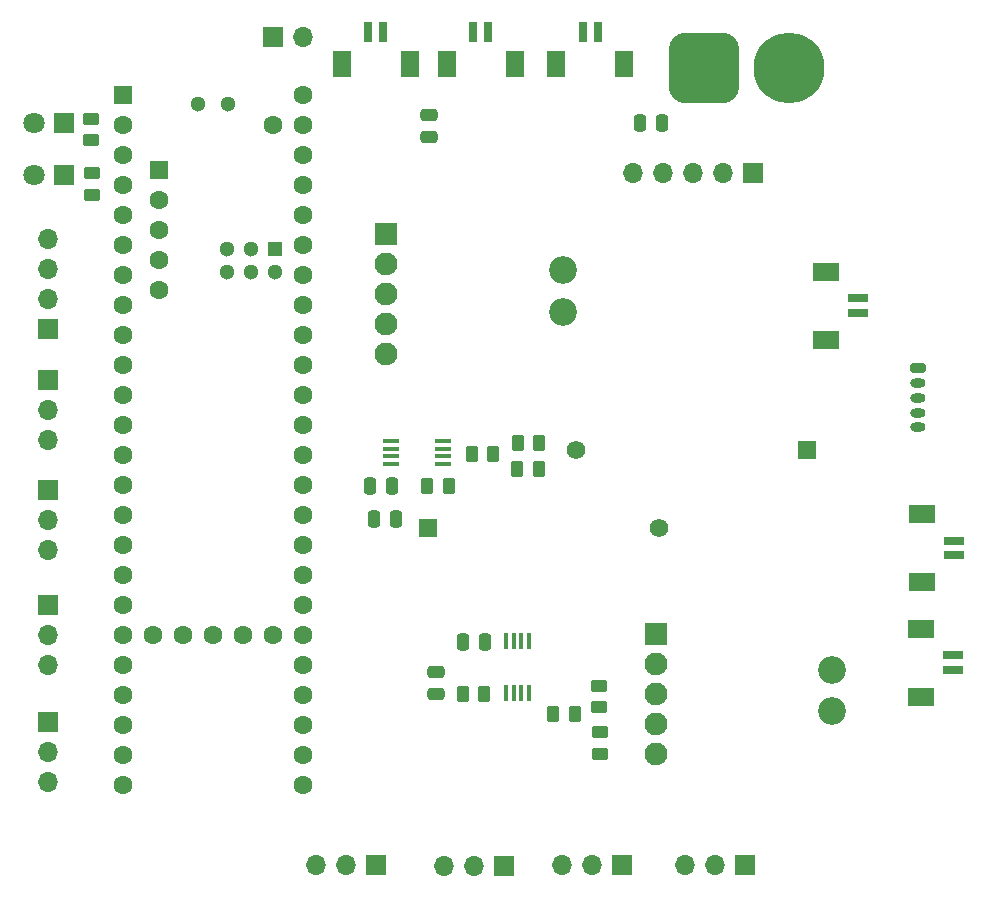
<source format=gbr>
%TF.GenerationSoftware,KiCad,Pcbnew,9.0.0*%
%TF.CreationDate,2025-04-19T22:44:30-05:00*%
%TF.ProjectId,HASP_Power_System,48415350-5f50-46f7-9765-725f53797374,rev?*%
%TF.SameCoordinates,Original*%
%TF.FileFunction,Soldermask,Top*%
%TF.FilePolarity,Negative*%
%FSLAX46Y46*%
G04 Gerber Fmt 4.6, Leading zero omitted, Abs format (unit mm)*
G04 Created by KiCad (PCBNEW 9.0.0) date 2025-04-19 22:44:30*
%MOMM*%
%LPD*%
G01*
G04 APERTURE LIST*
G04 Aperture macros list*
%AMRoundRect*
0 Rectangle with rounded corners*
0 $1 Rounding radius*
0 $2 $3 $4 $5 $6 $7 $8 $9 X,Y pos of 4 corners*
0 Add a 4 corners polygon primitive as box body*
4,1,4,$2,$3,$4,$5,$6,$7,$8,$9,$2,$3,0*
0 Add four circle primitives for the rounded corners*
1,1,$1+$1,$2,$3*
1,1,$1+$1,$4,$5*
1,1,$1+$1,$6,$7*
1,1,$1+$1,$8,$9*
0 Add four rect primitives between the rounded corners*
20,1,$1+$1,$2,$3,$4,$5,0*
20,1,$1+$1,$4,$5,$6,$7,0*
20,1,$1+$1,$6,$7,$8,$9,0*
20,1,$1+$1,$8,$9,$2,$3,0*%
G04 Aperture macros list end*
%ADD10RoundRect,0.250000X-0.475000X0.250000X-0.475000X-0.250000X0.475000X-0.250000X0.475000X0.250000X0*%
%ADD11RoundRect,0.250000X0.250000X0.475000X-0.250000X0.475000X-0.250000X-0.475000X0.250000X-0.475000X0*%
%ADD12R,1.800000X0.700000*%
%ADD13R,2.200000X1.600000*%
%ADD14R,1.600000X2.200000*%
%ADD15R,0.700000X1.800000*%
%ADD16R,0.449999X1.450000*%
%ADD17R,1.450000X0.449999*%
%ADD18C,1.930400*%
%ADD19RoundRect,0.076200X-0.889000X-0.889000X0.889000X-0.889000X0.889000X0.889000X-0.889000X0.889000X0*%
%ADD20RoundRect,0.250000X-0.262500X-0.450000X0.262500X-0.450000X0.262500X0.450000X-0.262500X0.450000X0*%
%ADD21RoundRect,0.250000X0.262500X0.450000X-0.262500X0.450000X-0.262500X-0.450000X0.262500X-0.450000X0*%
%ADD22R,1.574800X1.574800*%
%ADD23C,1.574800*%
%ADD24C,2.336800*%
%ADD25RoundRect,0.250000X-0.250000X-0.475000X0.250000X-0.475000X0.250000X0.475000X-0.250000X0.475000X0*%
%ADD26R,1.800000X1.800000*%
%ADD27C,1.800000*%
%ADD28RoundRect,0.250000X-0.450000X0.262500X-0.450000X-0.262500X0.450000X-0.262500X0.450000X0.262500X0*%
%ADD29RoundRect,0.250000X0.450000X-0.262500X0.450000X0.262500X-0.450000X0.262500X-0.450000X-0.262500X0*%
%ADD30RoundRect,0.250000X0.475000X-0.250000X0.475000X0.250000X-0.475000X0.250000X-0.475000X-0.250000X0*%
%ADD31RoundRect,1.500000X-1.500000X-1.500000X1.500000X-1.500000X1.500000X1.500000X-1.500000X1.500000X0*%
%ADD32C,6.000000*%
%ADD33R,1.700000X1.700000*%
%ADD34O,1.700000X1.700000*%
%ADD35RoundRect,0.200000X-0.450000X0.200000X-0.450000X-0.200000X0.450000X-0.200000X0.450000X0.200000X0*%
%ADD36O,1.300000X0.800000*%
%ADD37C,1.300000*%
%ADD38R,1.300000X1.300000*%
%ADD39C,1.600000*%
%ADD40R,1.600000X1.600000*%
G04 APERTURE END LIST*
D10*
%TO.C,C6*%
X147828000Y-74488000D03*
X147828000Y-76388000D03*
%TD*%
D11*
%TO.C,C5*%
X167574000Y-75184000D03*
X165674000Y-75184000D03*
%TD*%
D12*
%TO.C,J19*%
X192204000Y-120279000D03*
X192204000Y-121529000D03*
D13*
X189504000Y-118029000D03*
X189504000Y-123779000D03*
%TD*%
D11*
%TO.C,C4*%
X152588000Y-119126000D03*
X150688000Y-119126000D03*
%TD*%
%TO.C,C3*%
X144714000Y-105918000D03*
X142814000Y-105918000D03*
%TD*%
D14*
%TO.C,J2*%
X155070000Y-70220000D03*
X149320000Y-70220000D03*
D15*
X152820000Y-67520000D03*
X151570000Y-67520000D03*
%TD*%
D14*
%TO.C,J3*%
X164350000Y-70210000D03*
X158600000Y-70210000D03*
D15*
X162100000Y-67510000D03*
X160850000Y-67510000D03*
%TD*%
D14*
%TO.C,J4*%
X146170000Y-70210000D03*
X140420000Y-70210000D03*
D15*
X143920000Y-67510000D03*
X142670000Y-67510000D03*
%TD*%
D13*
%TO.C,J17*%
X189590000Y-114065000D03*
X189590000Y-108315000D03*
D12*
X192290000Y-111815000D03*
X192290000Y-110565000D03*
%TD*%
D13*
%TO.C,J21*%
X181450000Y-93553000D03*
X181450000Y-87803000D03*
D12*
X184150000Y-91303000D03*
X184150000Y-90053000D03*
%TD*%
D16*
%TO.C,U1*%
X154335001Y-123500001D03*
X154984999Y-123500001D03*
X155635001Y-123500001D03*
X156284999Y-123500001D03*
X156284999Y-119099999D03*
X155635001Y-119099999D03*
X154984999Y-119099999D03*
X154335001Y-119099999D03*
%TD*%
D17*
%TO.C,U2*%
X144609999Y-104084999D03*
X144609999Y-103435001D03*
X144609999Y-102784999D03*
X144609999Y-102135001D03*
X149010001Y-102135001D03*
X149010001Y-102784999D03*
X149010001Y-103435001D03*
X149010001Y-104084999D03*
%TD*%
D18*
%TO.C,J23*%
X144150000Y-94781300D03*
X144150000Y-92241300D03*
X144150000Y-89701300D03*
X144150000Y-87161300D03*
D19*
X144150000Y-84621300D03*
%TD*%
D20*
%TO.C,R12*%
X155297500Y-104530000D03*
X157122500Y-104530000D03*
%TD*%
D21*
%TO.C,R11*%
X157132500Y-102310000D03*
X155307500Y-102310000D03*
%TD*%
D20*
%TO.C,R10*%
X151427500Y-103260000D03*
X153252500Y-103260000D03*
%TD*%
%TO.C,R9*%
X147677500Y-105918000D03*
X149502500Y-105918000D03*
%TD*%
D22*
%TO.C,R8*%
X147701000Y-109474000D03*
D23*
X167259000Y-109474000D03*
%TD*%
D22*
%TO.C,R1*%
X179819000Y-102860000D03*
D23*
X160261000Y-102860000D03*
%TD*%
D24*
%TO.C,J22*%
X159122000Y-91180000D03*
X159122000Y-87680000D03*
%TD*%
D25*
%TO.C,C2*%
X143120000Y-108720000D03*
X145020000Y-108720000D03*
%TD*%
D26*
%TO.C,D2*%
X116920000Y-75200000D03*
D27*
X114380000Y-75200000D03*
%TD*%
D26*
%TO.C,D1*%
X116944600Y-79640200D03*
D27*
X114404600Y-79640200D03*
%TD*%
D18*
%TO.C,J18*%
X167030000Y-128610000D03*
X167030000Y-126070000D03*
X167030000Y-123530000D03*
X167030000Y-120990000D03*
D19*
X167030000Y-118450000D03*
%TD*%
D24*
%TO.C,J20*%
X181942000Y-125016949D03*
X181942000Y-121516949D03*
%TD*%
D28*
%TO.C,R6*%
X119250000Y-81292500D03*
X119250000Y-79467500D03*
%TD*%
D20*
%TO.C,R5*%
X152492500Y-123510000D03*
X150667500Y-123510000D03*
%TD*%
%TO.C,R4*%
X160152500Y-125250000D03*
X158327500Y-125250000D03*
%TD*%
D29*
%TO.C,R3*%
X162160000Y-122857500D03*
X162160000Y-124682500D03*
%TD*%
%TO.C,R2*%
X162270000Y-126767500D03*
X162270000Y-128592500D03*
%TD*%
D28*
%TO.C,R7*%
X119180000Y-76682500D03*
X119180000Y-74857500D03*
%TD*%
D30*
%TO.C,C1*%
X148420000Y-121690000D03*
X148420000Y-123590000D03*
%TD*%
D31*
%TO.C,J16*%
X171080000Y-70510000D03*
D32*
X178280000Y-70510000D03*
%TD*%
D33*
%TO.C,J15*%
X143360000Y-138030000D03*
D34*
X140820000Y-138030000D03*
X138280000Y-138030000D03*
%TD*%
D33*
%TO.C,J14*%
X154170000Y-138080000D03*
D34*
X151630000Y-138080000D03*
X149090000Y-138080000D03*
%TD*%
D33*
%TO.C,J13*%
X164160000Y-138070000D03*
D34*
X161620000Y-138070000D03*
X159080000Y-138070000D03*
%TD*%
D33*
%TO.C,J12*%
X174570000Y-138040000D03*
D34*
X172030000Y-138040000D03*
X169490000Y-138040000D03*
%TD*%
D33*
%TO.C,J11*%
X115520000Y-125900000D03*
D34*
X115520000Y-128440000D03*
X115520000Y-130980000D03*
%TD*%
D33*
%TO.C,J10*%
X115510000Y-115990000D03*
D34*
X115510000Y-118530000D03*
X115510000Y-121070000D03*
%TD*%
D33*
%TO.C,J9*%
X115540000Y-106250000D03*
D34*
X115540000Y-108790000D03*
X115540000Y-111330000D03*
%TD*%
D33*
%TO.C,J8*%
X115570000Y-96935000D03*
D34*
X115570000Y-99475000D03*
X115570000Y-102015000D03*
%TD*%
D35*
%TO.C,J7*%
X189200000Y-95980000D03*
D36*
X189200000Y-97230000D03*
X189200000Y-98480000D03*
X189200000Y-99730000D03*
X189200000Y-100980000D03*
%TD*%
D33*
%TO.C,J6*%
X115520000Y-92630000D03*
D34*
X115520000Y-90090000D03*
X115520000Y-87550000D03*
X115520000Y-85010000D03*
%TD*%
D33*
%TO.C,J5*%
X134580000Y-67945000D03*
D34*
X137120000Y-67945000D03*
%TD*%
D33*
%TO.C,J1*%
X175260000Y-79480000D03*
D34*
X172720000Y-79480000D03*
X170180000Y-79480000D03*
X167640000Y-79480000D03*
X165100000Y-79480000D03*
%TD*%
D37*
%TO.C,U3*%
X128290000Y-73600000D03*
X130830000Y-73600000D03*
X134741600Y-87840000D03*
X132741600Y-87840000D03*
X130741600Y-87840000D03*
X130741600Y-85840000D03*
X132741600Y-85840000D03*
D38*
X134741600Y-85840000D03*
D39*
X124990800Y-89329200D03*
X124990800Y-86789200D03*
X124990800Y-84249200D03*
X124990800Y-81709200D03*
D40*
X124990800Y-79169200D03*
D39*
X134640000Y-118590000D03*
X132100000Y-118590000D03*
X129560000Y-118590000D03*
X127020000Y-118590000D03*
X124480000Y-118590000D03*
X134640000Y-75410000D03*
X137180000Y-72870000D03*
X137180000Y-75410000D03*
X137180000Y-77950000D03*
X137180000Y-80490000D03*
X137180000Y-83030000D03*
X137180000Y-85570000D03*
X137180000Y-88110000D03*
X137180000Y-90650000D03*
X137180000Y-93190000D03*
X137180000Y-95730000D03*
X137180000Y-98270000D03*
X137180000Y-100810000D03*
X137180000Y-103350000D03*
X137180000Y-105890000D03*
X137180000Y-108430000D03*
X137180000Y-110970000D03*
X137180000Y-113510000D03*
X137180000Y-116050000D03*
X137180000Y-118590000D03*
X137180000Y-121130000D03*
X137180000Y-123670000D03*
X137180000Y-126210000D03*
X137180000Y-128750000D03*
X137180000Y-131290000D03*
X121940000Y-131290000D03*
X121940000Y-128750000D03*
X121940000Y-126210000D03*
X121940000Y-123670000D03*
X121940000Y-121130000D03*
X121940000Y-118590000D03*
X121940000Y-116050000D03*
X121940000Y-113510000D03*
X121940000Y-110970000D03*
X121940000Y-108430000D03*
X121940000Y-105890000D03*
X121940000Y-103350000D03*
X121940000Y-100810000D03*
X121940000Y-98270000D03*
X121940000Y-95730000D03*
X121940000Y-93190000D03*
X121940000Y-90650000D03*
X121940000Y-88110000D03*
X121940000Y-85570000D03*
X121940000Y-83030000D03*
X121940000Y-80490000D03*
X121940000Y-77950000D03*
X121940000Y-75410000D03*
D40*
X121940000Y-72870000D03*
%TD*%
M02*

</source>
